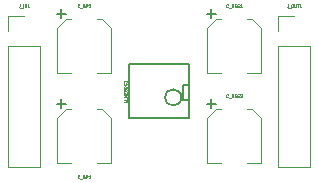
<source format=gbr>
G04 #@! TF.FileFunction,Legend,Top*
%FSLAX46Y46*%
G04 Gerber Fmt 4.6, Leading zero omitted, Abs format (unit mm)*
G04 Created by KiCad (PCBNEW 4.0.7) date Saturday, 05 May 2018 'PMt' 13:54:56*
%MOMM*%
%LPD*%
G01*
G04 APERTURE LIST*
%ADD10C,0.100000*%
%ADD11C,0.200000*%
%ADD12C,0.120000*%
%ADD13C,0.150000*%
%ADD14C,0.015000*%
G04 APERTURE END LIST*
D10*
D11*
X92060416Y-58928000D02*
G75*
G03X92060416Y-58928000I-683916J0D01*
G01*
D12*
X85340000Y-59940000D02*
X84940000Y-59940000D01*
X86110000Y-64520000D02*
X84940000Y-64520000D01*
X81530000Y-64520000D02*
X82700000Y-64520000D01*
X82300000Y-59940000D02*
X82700000Y-59940000D01*
X81530000Y-60710000D02*
X81530000Y-64520000D01*
X81530000Y-60710000D02*
X82300000Y-59940000D01*
X86110000Y-60710000D02*
X86110000Y-64520000D01*
X86110000Y-60710000D02*
X85340000Y-59940000D01*
X85340000Y-52320000D02*
X84940000Y-52320000D01*
X86110000Y-56900000D02*
X84940000Y-56900000D01*
X81530000Y-56900000D02*
X82700000Y-56900000D01*
X82300000Y-52320000D02*
X82700000Y-52320000D01*
X81530000Y-53090000D02*
X81530000Y-56900000D01*
X81530000Y-53090000D02*
X82300000Y-52320000D01*
X86110000Y-53090000D02*
X86110000Y-56900000D01*
X86110000Y-53090000D02*
X85340000Y-52320000D01*
X98040000Y-52320000D02*
X97640000Y-52320000D01*
X98810000Y-56900000D02*
X97640000Y-56900000D01*
X94230000Y-56900000D02*
X95400000Y-56900000D01*
X95000000Y-52320000D02*
X95400000Y-52320000D01*
X94230000Y-53090000D02*
X94230000Y-56900000D01*
X94230000Y-53090000D02*
X95000000Y-52320000D01*
X98810000Y-53090000D02*
X98810000Y-56900000D01*
X98810000Y-53090000D02*
X98040000Y-52320000D01*
X98040000Y-59940000D02*
X97640000Y-59940000D01*
X98810000Y-64520000D02*
X97640000Y-64520000D01*
X94230000Y-64520000D02*
X95400000Y-64520000D01*
X95000000Y-59940000D02*
X95400000Y-59940000D01*
X94230000Y-60710000D02*
X94230000Y-64520000D01*
X94230000Y-60710000D02*
X95000000Y-59940000D01*
X98810000Y-60710000D02*
X98810000Y-64520000D01*
X98810000Y-60710000D02*
X98040000Y-59940000D01*
D13*
X92710000Y-60706000D02*
X87630000Y-60706000D01*
X87630000Y-60706000D02*
X87630000Y-56134000D01*
X87630000Y-56134000D02*
X92710000Y-56134000D01*
X92710000Y-56134000D02*
X92710000Y-60706000D01*
X92710000Y-59182000D02*
X92202000Y-59182000D01*
X92202000Y-59182000D02*
X92202000Y-57912000D01*
X92202000Y-57912000D02*
X92710000Y-57912000D01*
D12*
X77410000Y-64830000D02*
X80070000Y-64830000D01*
X77410000Y-54610000D02*
X77410000Y-64830000D01*
X80070000Y-54610000D02*
X80070000Y-64830000D01*
X77410000Y-54610000D02*
X80070000Y-54610000D01*
X77410000Y-53340000D02*
X77410000Y-52010000D01*
X77410000Y-52010000D02*
X78740000Y-52010000D01*
X100270000Y-64830000D02*
X102930000Y-64830000D01*
X100270000Y-54610000D02*
X100270000Y-64830000D01*
X102930000Y-54610000D02*
X102930000Y-64830000D01*
X100270000Y-54610000D02*
X102930000Y-54610000D01*
X100270000Y-53340000D02*
X100270000Y-52010000D01*
X100270000Y-52010000D02*
X101600000Y-52010000D01*
D14*
X83433096Y-65748286D02*
X83421191Y-65760190D01*
X83385477Y-65772095D01*
X83361667Y-65772095D01*
X83325953Y-65760190D01*
X83302144Y-65736381D01*
X83290239Y-65712571D01*
X83278334Y-65664952D01*
X83278334Y-65629238D01*
X83290239Y-65581619D01*
X83302144Y-65557810D01*
X83325953Y-65534000D01*
X83361667Y-65522095D01*
X83385477Y-65522095D01*
X83421191Y-65534000D01*
X83433096Y-65545905D01*
X83480715Y-65795905D02*
X83671191Y-65795905D01*
X83814048Y-65641143D02*
X83849762Y-65653048D01*
X83861667Y-65664952D01*
X83873572Y-65688762D01*
X83873572Y-65724476D01*
X83861667Y-65748286D01*
X83849762Y-65760190D01*
X83825953Y-65772095D01*
X83730715Y-65772095D01*
X83730715Y-65522095D01*
X83814048Y-65522095D01*
X83837858Y-65534000D01*
X83849762Y-65545905D01*
X83861667Y-65569714D01*
X83861667Y-65593524D01*
X83849762Y-65617333D01*
X83837858Y-65629238D01*
X83814048Y-65641143D01*
X83730715Y-65641143D01*
X83980715Y-65772095D02*
X83980715Y-65522095D01*
X84075953Y-65522095D01*
X84099762Y-65534000D01*
X84111667Y-65545905D01*
X84123572Y-65569714D01*
X84123572Y-65605429D01*
X84111667Y-65629238D01*
X84099762Y-65641143D01*
X84075953Y-65653048D01*
X83980715Y-65653048D01*
X84361667Y-65772095D02*
X84218810Y-65772095D01*
X84290239Y-65772095D02*
X84290239Y-65522095D01*
X84266429Y-65557810D01*
X84242620Y-65581619D01*
X84218810Y-65593524D01*
D13*
X81881429Y-59840952D02*
X81881429Y-59079047D01*
X82262381Y-59459999D02*
X81500476Y-59459999D01*
D14*
X83433096Y-51270286D02*
X83421191Y-51282190D01*
X83385477Y-51294095D01*
X83361667Y-51294095D01*
X83325953Y-51282190D01*
X83302144Y-51258381D01*
X83290239Y-51234571D01*
X83278334Y-51186952D01*
X83278334Y-51151238D01*
X83290239Y-51103619D01*
X83302144Y-51079810D01*
X83325953Y-51056000D01*
X83361667Y-51044095D01*
X83385477Y-51044095D01*
X83421191Y-51056000D01*
X83433096Y-51067905D01*
X83480715Y-51317905D02*
X83671191Y-51317905D01*
X83814048Y-51163143D02*
X83849762Y-51175048D01*
X83861667Y-51186952D01*
X83873572Y-51210762D01*
X83873572Y-51246476D01*
X83861667Y-51270286D01*
X83849762Y-51282190D01*
X83825953Y-51294095D01*
X83730715Y-51294095D01*
X83730715Y-51044095D01*
X83814048Y-51044095D01*
X83837858Y-51056000D01*
X83849762Y-51067905D01*
X83861667Y-51091714D01*
X83861667Y-51115524D01*
X83849762Y-51139333D01*
X83837858Y-51151238D01*
X83814048Y-51163143D01*
X83730715Y-51163143D01*
X83980715Y-51294095D02*
X83980715Y-51044095D01*
X84075953Y-51044095D01*
X84099762Y-51056000D01*
X84111667Y-51067905D01*
X84123572Y-51091714D01*
X84123572Y-51127429D01*
X84111667Y-51151238D01*
X84099762Y-51163143D01*
X84075953Y-51175048D01*
X83980715Y-51175048D01*
X84218810Y-51067905D02*
X84230715Y-51056000D01*
X84254524Y-51044095D01*
X84314048Y-51044095D01*
X84337858Y-51056000D01*
X84349762Y-51067905D01*
X84361667Y-51091714D01*
X84361667Y-51115524D01*
X84349762Y-51151238D01*
X84206905Y-51294095D01*
X84361667Y-51294095D01*
D13*
X81881429Y-52220952D02*
X81881429Y-51459047D01*
X82262381Y-51839999D02*
X81500476Y-51839999D01*
D14*
X96014048Y-51270286D02*
X96002143Y-51282190D01*
X95966429Y-51294095D01*
X95942619Y-51294095D01*
X95906905Y-51282190D01*
X95883096Y-51258381D01*
X95871191Y-51234571D01*
X95859286Y-51186952D01*
X95859286Y-51151238D01*
X95871191Y-51103619D01*
X95883096Y-51079810D01*
X95906905Y-51056000D01*
X95942619Y-51044095D01*
X95966429Y-51044095D01*
X96002143Y-51056000D01*
X96014048Y-51067905D01*
X96061667Y-51317905D02*
X96252143Y-51317905D01*
X96311667Y-51294095D02*
X96311667Y-51044095D01*
X96454524Y-51294095D01*
X96454524Y-51044095D01*
X96573572Y-51163143D02*
X96656905Y-51163143D01*
X96692619Y-51294095D02*
X96573572Y-51294095D01*
X96573572Y-51044095D01*
X96692619Y-51044095D01*
X96930714Y-51056000D02*
X96906905Y-51044095D01*
X96871190Y-51044095D01*
X96835476Y-51056000D01*
X96811667Y-51079810D01*
X96799762Y-51103619D01*
X96787857Y-51151238D01*
X96787857Y-51186952D01*
X96799762Y-51234571D01*
X96811667Y-51258381D01*
X96835476Y-51282190D01*
X96871190Y-51294095D01*
X96895000Y-51294095D01*
X96930714Y-51282190D01*
X96942619Y-51270286D01*
X96942619Y-51186952D01*
X96895000Y-51186952D01*
X97180714Y-51294095D02*
X97037857Y-51294095D01*
X97109286Y-51294095D02*
X97109286Y-51044095D01*
X97085476Y-51079810D01*
X97061667Y-51103619D01*
X97037857Y-51115524D01*
D13*
X94581429Y-52220952D02*
X94581429Y-51459047D01*
X94962381Y-51839999D02*
X94200476Y-51839999D01*
D14*
X96014048Y-58890286D02*
X96002143Y-58902190D01*
X95966429Y-58914095D01*
X95942619Y-58914095D01*
X95906905Y-58902190D01*
X95883096Y-58878381D01*
X95871191Y-58854571D01*
X95859286Y-58806952D01*
X95859286Y-58771238D01*
X95871191Y-58723619D01*
X95883096Y-58699810D01*
X95906905Y-58676000D01*
X95942619Y-58664095D01*
X95966429Y-58664095D01*
X96002143Y-58676000D01*
X96014048Y-58687905D01*
X96061667Y-58937905D02*
X96252143Y-58937905D01*
X96311667Y-58914095D02*
X96311667Y-58664095D01*
X96454524Y-58914095D01*
X96454524Y-58664095D01*
X96573572Y-58783143D02*
X96656905Y-58783143D01*
X96692619Y-58914095D02*
X96573572Y-58914095D01*
X96573572Y-58664095D01*
X96692619Y-58664095D01*
X96930714Y-58676000D02*
X96906905Y-58664095D01*
X96871190Y-58664095D01*
X96835476Y-58676000D01*
X96811667Y-58699810D01*
X96799762Y-58723619D01*
X96787857Y-58771238D01*
X96787857Y-58806952D01*
X96799762Y-58854571D01*
X96811667Y-58878381D01*
X96835476Y-58902190D01*
X96871190Y-58914095D01*
X96895000Y-58914095D01*
X96930714Y-58902190D01*
X96942619Y-58890286D01*
X96942619Y-58806952D01*
X96895000Y-58806952D01*
X97037857Y-58687905D02*
X97049762Y-58676000D01*
X97073571Y-58664095D01*
X97133095Y-58664095D01*
X97156905Y-58676000D01*
X97168809Y-58687905D01*
X97180714Y-58711714D01*
X97180714Y-58735524D01*
X97168809Y-58771238D01*
X97025952Y-58914095D01*
X97180714Y-58914095D01*
D13*
X94581429Y-59840952D02*
X94581429Y-59079047D01*
X94962381Y-59459999D02*
X94200476Y-59459999D01*
D14*
X87175595Y-59324761D02*
X87377976Y-59324761D01*
X87401786Y-59312856D01*
X87413690Y-59300952D01*
X87425595Y-59277142D01*
X87425595Y-59229523D01*
X87413690Y-59205714D01*
X87401786Y-59193809D01*
X87377976Y-59181904D01*
X87175595Y-59181904D01*
X87449405Y-59122380D02*
X87449405Y-58931904D01*
X87425595Y-58872380D02*
X87175595Y-58872380D01*
X87425595Y-58729523D01*
X87175595Y-58729523D01*
X87294643Y-58610475D02*
X87294643Y-58527142D01*
X87425595Y-58491428D02*
X87425595Y-58610475D01*
X87175595Y-58610475D01*
X87175595Y-58491428D01*
X87187500Y-58253333D02*
X87175595Y-58277142D01*
X87175595Y-58312857D01*
X87187500Y-58348571D01*
X87211310Y-58372380D01*
X87235119Y-58384285D01*
X87282738Y-58396190D01*
X87318452Y-58396190D01*
X87366071Y-58384285D01*
X87389881Y-58372380D01*
X87413690Y-58348571D01*
X87425595Y-58312857D01*
X87425595Y-58289047D01*
X87413690Y-58253333D01*
X87401786Y-58241428D01*
X87318452Y-58241428D01*
X87318452Y-58289047D01*
X87425595Y-58134285D02*
X87175595Y-58134285D01*
X87175595Y-58074761D01*
X87187500Y-58039047D01*
X87211310Y-58015238D01*
X87235119Y-58003333D01*
X87282738Y-57991428D01*
X87318452Y-57991428D01*
X87366071Y-58003333D01*
X87389881Y-58015238D01*
X87413690Y-58039047D01*
X87425595Y-58074761D01*
X87425595Y-58134285D01*
X87401786Y-57741428D02*
X87413690Y-57753333D01*
X87425595Y-57789047D01*
X87425595Y-57812857D01*
X87413690Y-57848571D01*
X87389881Y-57872380D01*
X87366071Y-57884285D01*
X87318452Y-57896190D01*
X87282738Y-57896190D01*
X87235119Y-57884285D01*
X87211310Y-57872380D01*
X87187500Y-57848571D01*
X87175595Y-57812857D01*
X87175595Y-57789047D01*
X87187500Y-57753333D01*
X87199405Y-57741428D01*
X87425595Y-57503333D02*
X87425595Y-57646190D01*
X87425595Y-57574761D02*
X87175595Y-57574761D01*
X87211310Y-57598571D01*
X87235119Y-57622380D01*
X87247024Y-57646190D01*
X78370952Y-51044095D02*
X78370952Y-51222667D01*
X78359048Y-51258381D01*
X78335238Y-51282190D01*
X78299524Y-51294095D01*
X78275714Y-51294095D01*
X78430476Y-51317905D02*
X78620952Y-51317905D01*
X78680476Y-51294095D02*
X78680476Y-51044095D01*
X78799524Y-51294095D02*
X78799524Y-51044095D01*
X78942381Y-51294095D01*
X78942381Y-51044095D01*
X79192381Y-51294095D02*
X79049524Y-51294095D01*
X79120953Y-51294095D02*
X79120953Y-51044095D01*
X79097143Y-51079810D01*
X79073334Y-51103619D01*
X79049524Y-51115524D01*
X101064286Y-51044095D02*
X101064286Y-51222667D01*
X101052382Y-51258381D01*
X101028572Y-51282190D01*
X100992858Y-51294095D01*
X100969048Y-51294095D01*
X101123810Y-51317905D02*
X101314286Y-51317905D01*
X101421429Y-51044095D02*
X101469048Y-51044095D01*
X101492857Y-51056000D01*
X101516667Y-51079810D01*
X101528572Y-51127429D01*
X101528572Y-51210762D01*
X101516667Y-51258381D01*
X101492857Y-51282190D01*
X101469048Y-51294095D01*
X101421429Y-51294095D01*
X101397619Y-51282190D01*
X101373810Y-51258381D01*
X101361905Y-51210762D01*
X101361905Y-51127429D01*
X101373810Y-51079810D01*
X101397619Y-51056000D01*
X101421429Y-51044095D01*
X101635715Y-51044095D02*
X101635715Y-51246476D01*
X101647620Y-51270286D01*
X101659524Y-51282190D01*
X101683334Y-51294095D01*
X101730953Y-51294095D01*
X101754762Y-51282190D01*
X101766667Y-51270286D01*
X101778572Y-51246476D01*
X101778572Y-51044095D01*
X101861906Y-51044095D02*
X102004763Y-51044095D01*
X101933334Y-51294095D02*
X101933334Y-51044095D01*
X102219048Y-51294095D02*
X102076191Y-51294095D01*
X102147620Y-51294095D02*
X102147620Y-51044095D01*
X102123810Y-51079810D01*
X102100001Y-51103619D01*
X102076191Y-51115524D01*
M02*

</source>
